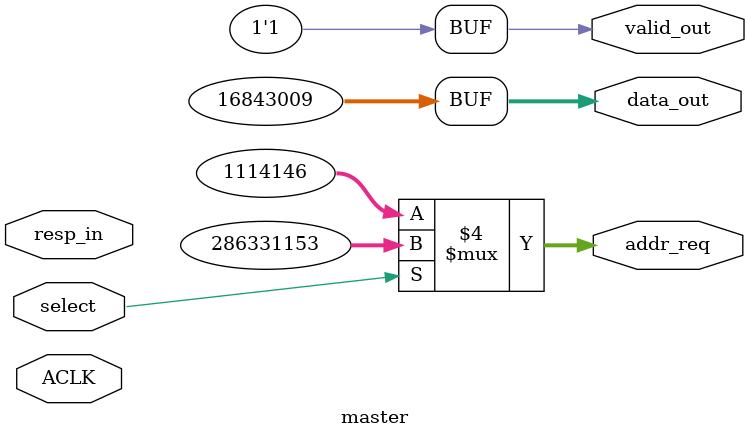
<source format=v>
module master(ACLK, addr_req, data_out, valid_out, resp_in, select);

parameter addr1 = 32'h00110022;  //slave 1 address
parameter addr2 = 32'h11111111;  //slave 2 address

parameter data = 32'h01010101;

parameter valid = 1'b1;

output reg [31:0] addr_req;
output [31:0] data_out;
output valid_out;

input ACLK;
input select;
input [1:0] resp_in;

assign data_out = data;
assign valid_out = valid;

always @(ACLK) begin

if(select == 1'b0) addr_req = addr1;
else addr_req = addr2;

end

endmodule



</source>
